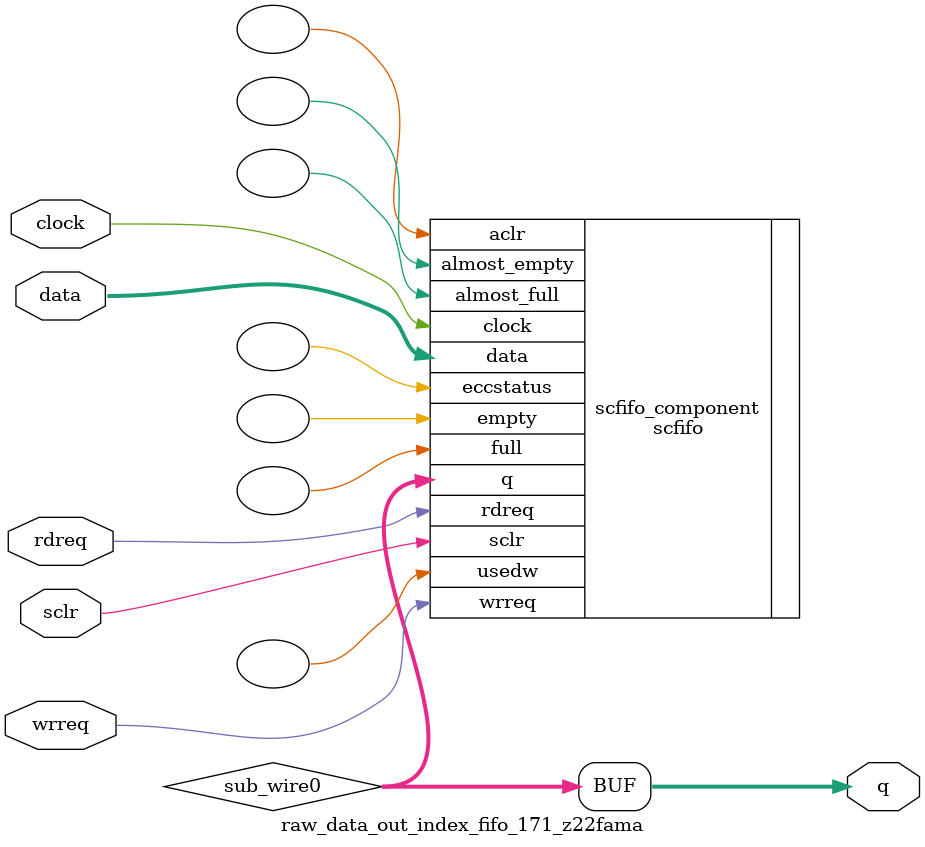
<source format=v>



`timescale 1 ps / 1 ps
// synopsys translate_on
module  raw_data_out_index_fifo_171_z22fama  (
    clock,
    data,
    rdreq,
    sclr,
    wrreq,
    q);

    input    clock;
    input  [9:0]  data;
    input    rdreq;
    input    sclr;
    input    wrreq;
    output [9:0]  q;

    wire [9:0] sub_wire0;
    wire [9:0] q = sub_wire0[9:0];

    scfifo  scfifo_component (
                .clock (clock),
                .data (data),
                .rdreq (rdreq),
                .sclr (sclr),
                .wrreq (wrreq),
                .q (sub_wire0),
                .aclr (),
                .almost_empty (),
                .almost_full (),
                .eccstatus (),
                .empty (),
                .full (),
                .usedw ());
    defparam
        scfifo_component.add_ram_output_register  = "ON",
        scfifo_component.enable_ecc  = "FALSE",
        scfifo_component.intended_device_family  = "Arria 10",
        scfifo_component.lpm_numwords  = 4096,
        scfifo_component.lpm_showahead  = "OFF",
        scfifo_component.lpm_type  = "scfifo",
        scfifo_component.lpm_width  = 10,
        scfifo_component.lpm_widthu  = 12,
        scfifo_component.overflow_checking  = "ON",
        scfifo_component.underflow_checking  = "ON",
        scfifo_component.use_eab  = "ON";


endmodule



</source>
